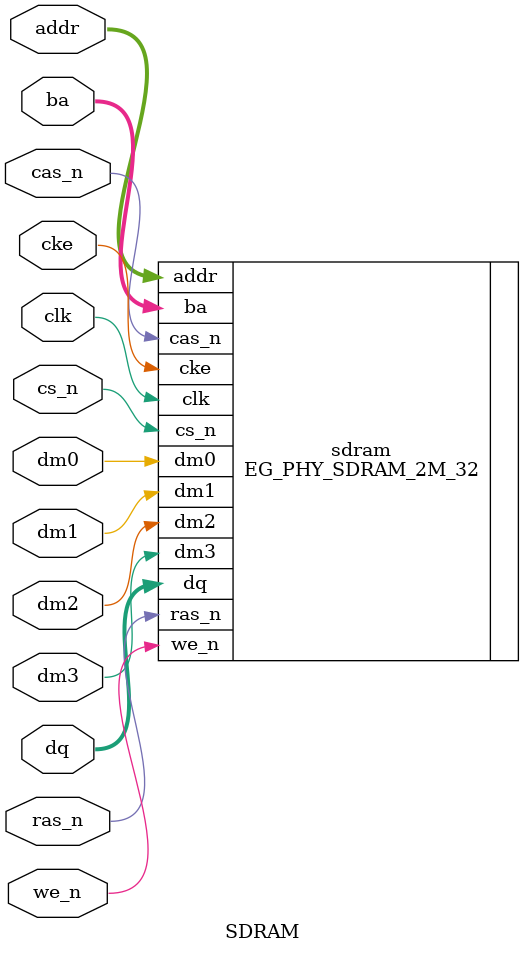
<source format=v>

`timescale 1ns / 1ps
module SDRAM  // sdram.v(14)
  (
  addr,
  ba,
  cas_n,
  cke,
  clk,
  cs_n,
  dm0,
  dm1,
  dm2,
  dm3,
  ras_n,
  we_n,
  dq
  );

  input [10:0] addr;  // sdram.v(19)
  input [1:0] ba;  // sdram.v(20)
  input cas_n;  // sdram.v(17)
  input cke;  // sdram.v(27)
  input clk;  // sdram.v(15)
  input cs_n;  // sdram.v(22)
  input dm0;  // sdram.v(23)
  input dm1;  // sdram.v(24)
  input dm2;  // sdram.v(25)
  input dm3;  // sdram.v(26)
  input ras_n;  // sdram.v(16)
  input we_n;  // sdram.v(18)
  inout [31:0] dq;  // sdram.v(21)


  EG_PHY_CONFIG #(
    .DONE_PERSISTN("ENABLE"),
    .INIT_PERSISTN("ENABLE"),
    .JTAG_PERSISTN("DISABLE"),
    .PROGRAMN_PERSISTN("DISABLE"))
    config_inst ();
  EG_PHY_SDRAM_2M_32 sdram (
    .addr(addr),
    .ba(ba),
    .cas_n(cas_n),
    .cke(cke),
    .clk(clk),
    .cs_n(cs_n),
    .dm0(dm0),
    .dm1(dm1),
    .dm2(dm2),
    .dm3(dm3),
    .ras_n(ras_n),
    .we_n(we_n),
    .dq(dq));  // sdram.v(29)

endmodule 


</source>
